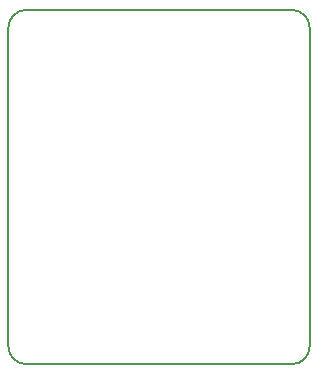
<source format=gko>
%FSLAX44Y44*%
%MOMM*%
G71*
G01*
G75*
G04 Layer_Color=16711935*
%ADD10R,2.0000X0.2600*%
%ADD11R,0.2600X2.0000*%
%ADD12R,0.9400X1.0160*%
%ADD13R,0.9398X1.0160*%
%ADD14C,0.2000*%
%ADD15C,0.2032*%
%ADD16C,0.3000*%
%ADD17C,0.8000*%
%ADD18C,0.4000*%
%ADD19C,0.6000*%
%ADD20C,1.3160*%
G04:AMPARAMS|DCode=21|XSize=1.824mm|YSize=1.824mm|CornerRadius=0mm|HoleSize=0mm|Usage=FLASHONLY|Rotation=0.000|XOffset=0mm|YOffset=0mm|HoleType=Round|Shape=Relief|Width=0.254mm|Gap=0.254mm|Entries=4|*
%AMTHD21*
7,0,0,1.8240,1.3160,0.2540,45*
%
%ADD21THD21*%
%ADD22R,1.0160X0.9398*%
%ADD23R,1.0160X0.9400*%
%ADD24R,1.0000X3.0000*%
%ADD25R,0.3600X2.2000*%
%ADD26R,0.8890X0.9652*%
%ADD27C,1.0000*%
%ADD28C,0.4000*%
%ADD29C,0.1500*%
%ADD30C,0.1270*%
%ADD31C,0.2540*%
%ADD32R,2.2032X0.4632*%
%ADD33R,0.4632X2.2032*%
%ADD34R,1.1432X1.2192*%
%ADD35R,1.1430X1.2192*%
%ADD36C,0.6032*%
%ADD37R,1.2192X1.1430*%
%ADD38R,1.2192X1.1432*%
%ADD39R,1.2032X3.2032*%
%ADD40R,0.5632X2.4032*%
%ADD41R,1.0922X1.1684*%
%ADD42C,0.1524*%
D29*
X0Y15000D02*
G03*
X15000Y0I15000J0D01*
G01*
X240000D02*
G03*
X255000Y15000I0J15000D01*
G01*
Y285000D02*
G03*
X240000Y300000I-15000J0D01*
G01*
X15000Y300000D02*
G03*
X0Y285000I0J-15000D01*
G01*
X15000Y0D02*
X240000D01*
X255000Y15000D02*
Y285000D01*
X15000Y300000D02*
X240000D01*
X0Y15000D02*
Y285000D01*
M02*

</source>
